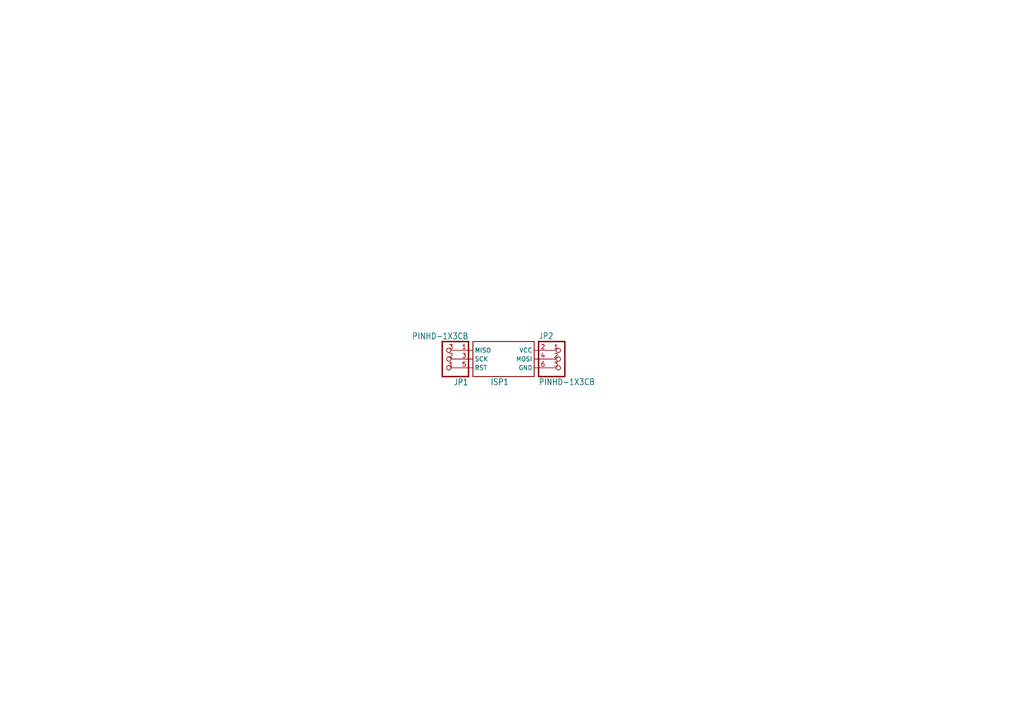
<source format=kicad_sch>
(kicad_sch (version 20211123) (generator eeschema)
  (paper "A4")
  (lib_symbols
    (symbol "eagleSchem-eagle-import:AVRISP-BOX"
      (property "Reference" "ISP" (at -2.54 -7.62 0))
      (symbol "AVRISP-BOX_1_0"
        (polyline (pts (xy -7.62 -5.08) (xy -7.62 5.08)) (stroke (width 0.254)))
        (polyline (pts (xy -7.62 5.08) (xy 10.16 5.08)) (stroke (width 0.254)))
        (polyline (pts (xy 10.16 -5.08) (xy -7.62 -5.08)) (stroke (width 0.254)))
        (polyline (pts (xy 10.16 5.08) (xy 10.16 -5.08)) (stroke (width 0.254)))
        (pin input line (at -12.7 2.54 0) (length 5.08) (name "MISO") (number "1"))
        (pin power_in line (at 15.24 2.54 180) (length 5.08) (name "VCC") (number "2"))
        (pin output line (at -12.7 0 0) (length 5.08) (name "SCK") (number "3"))
        (pin output line (at 15.24 0 180) (length 5.08) (name "MOSI") (number "4"))
        (pin output line (at -12.7 -2.54 0) (length 5.08) (name "RST") (number "5"))
        (pin power_in line (at 15.24 -2.54 180) (length 5.08) (name "GND") (number "6"))
      )
    )
    (symbol "eagleSchem-eagle-import:PINHD-1X3CB"
      (property "Reference" "JP" (at -6.35 5.715 0))
      (property "Value" "PINHD-1X3CB" (at -6.35 -7.62 0))
      (symbol "PINHD-1X3CB_1_0"
        (polyline (pts (xy -6.35 -5.08) (xy 1.27 -5.08)) (stroke (width 0.4064)))
        (polyline (pts (xy -6.35 5.08) (xy -6.35 -5.08)) (stroke (width 0.4064)))
        (polyline (pts (xy 1.27 -5.08) (xy 1.27 5.08)) (stroke (width 0.4064)))
        (polyline (pts (xy 1.27 5.08) (xy -6.35 5.08)) (stroke (width 0.4064)))
        (pin passive inverted (at -2.54 2.54 0) (length 2.54) (name "1") (number "1"))
        (pin passive inverted (at -2.54 0 0) (length 2.54) (name "2") (number "2"))
        (pin passive inverted (at -2.54 -2.54 0) (length 2.54) (name "3") (number "3"))
      )
    )
  )
  (symbol (lib_id "eagleSchem-eagle-import:AVRISP-BOX") (at 144.78 104.14 0) (unit 1)
    (property "Reference" "ISP1" (at 142.24 111.76 0) (effects (font (size 1.778 1.5113)) (justify left bottom)))
    (property "Value" "AVRISP-BOX" (effects hide))
    (property "Footprint" "eagleSchem:AVRISP-BOX" (effects hide))
  )
  (symbol (lib_id "eagleSchem-eagle-import:PINHD-1X3CB") (at 162.56 104.14 0) (unit 1)
    (property "Reference" "JP2" (at 156.21 98.425 0) (effects (font (size 1.778 1.5113)) (justify left bottom)))
    (property "Value" "PINHD-1X3CB" (at 156.21 111.76 0) (effects (font (size 1.778 1.5113)) (justify left bottom)))
    (property "Footprint" "eagleSchem:1X03-CLEANBIG" (effects hide))
  )
  (symbol (lib_id "eagleSchem-eagle-import:PINHD-1X3CB") (at 129.54 104.14 180) (unit 1)
    (property "Reference" "JP1" (at 135.89 109.855 0) (effects (font (size 1.778 1.5113)) (justify left bottom)))
    (property "Value" "PINHD-1X3CB" (at 135.89 96.52 0) (effects (font (size 1.778 1.5113)) (justify left bottom)))
    (property "Footprint" "eagleSchem:1X03-CLEANBIG" (effects hide))
  )
)
</source>
